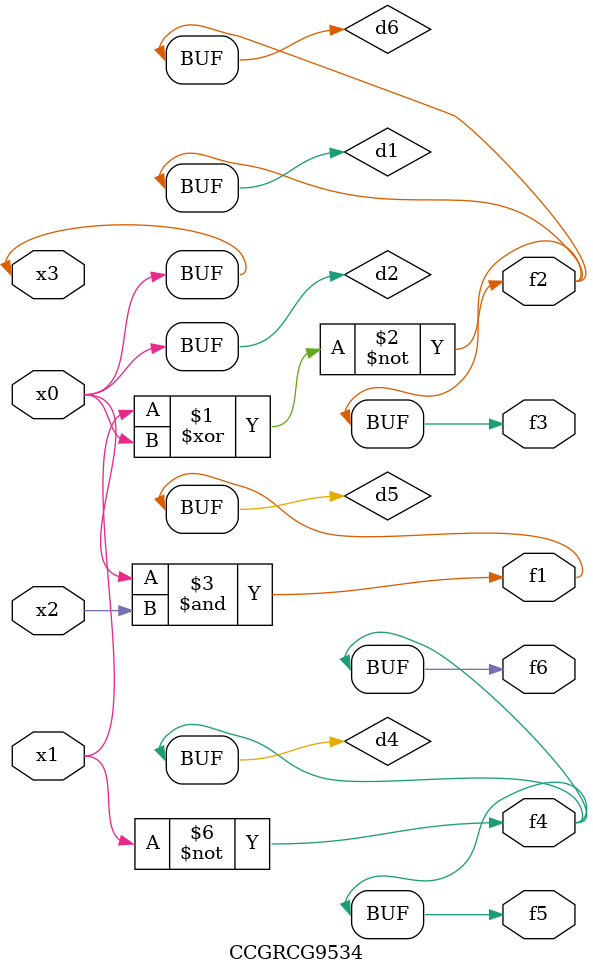
<source format=v>
module CCGRCG9534(
	input x0, x1, x2, x3,
	output f1, f2, f3, f4, f5, f6
);

	wire d1, d2, d3, d4, d5, d6;

	xnor (d1, x1, x3);
	buf (d2, x0, x3);
	nand (d3, x0, x2);
	not (d4, x1);
	nand (d5, d3);
	or (d6, d1);
	assign f1 = d5;
	assign f2 = d6;
	assign f3 = d6;
	assign f4 = d4;
	assign f5 = d4;
	assign f6 = d4;
endmodule

</source>
